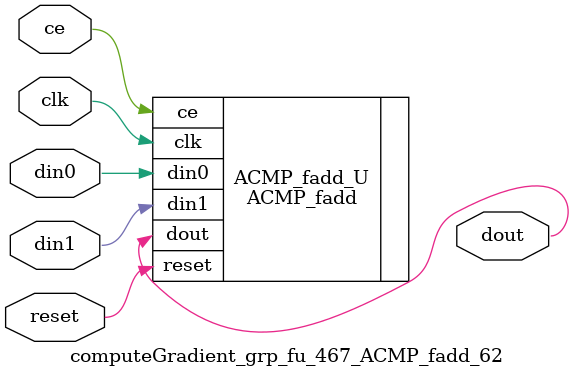
<source format=v>

`timescale 1 ns / 1 ps
module computeGradient_grp_fu_467_ACMP_fadd_62(
    clk,
    reset,
    ce,
    din0,
    din1,
    dout);

parameter ID = 32'd1;
parameter NUM_STAGE = 32'd1;
parameter din0_WIDTH = 32'd1;
parameter din1_WIDTH = 32'd1;
parameter dout_WIDTH = 32'd1;
input clk;
input reset;
input ce;
input[din0_WIDTH - 1:0] din0;
input[din1_WIDTH - 1:0] din1;
output[dout_WIDTH - 1:0] dout;



ACMP_fadd #(
.ID( ID ),
.NUM_STAGE( 4 ),
.din0_WIDTH( din0_WIDTH ),
.din1_WIDTH( din1_WIDTH ),
.dout_WIDTH( dout_WIDTH ))
ACMP_fadd_U(
    .clk( clk ),
    .reset( reset ),
    .ce( ce ),
    .din0( din0 ),
    .din1( din1 ),
    .dout( dout ));

endmodule

</source>
